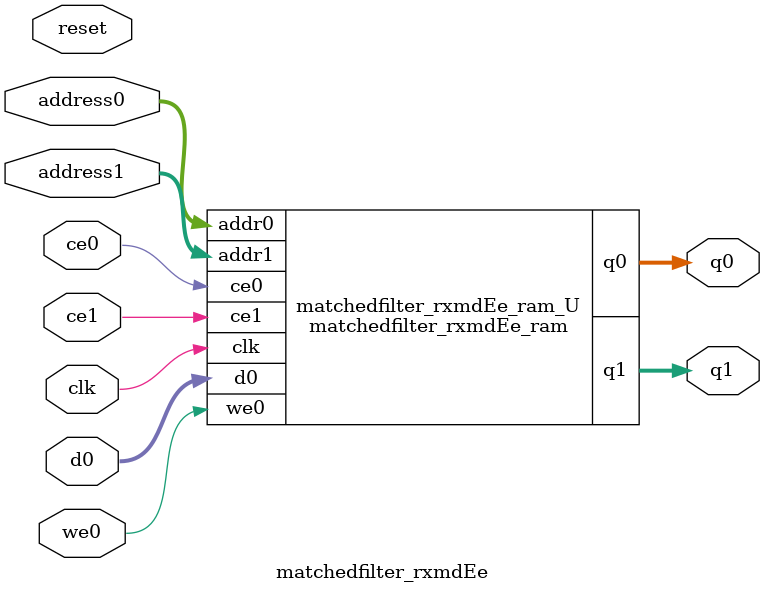
<source format=v>
`timescale 1 ns / 1 ps
module matchedfilter_rxmdEe_ram (addr0, ce0, d0, we0, q0, addr1, ce1, q1,  clk);

parameter DWIDTH = 32;
parameter AWIDTH = 5;
parameter MEM_SIZE = 32;

input[AWIDTH-1:0] addr0;
input ce0;
input[DWIDTH-1:0] d0;
input we0;
output reg[DWIDTH-1:0] q0;
input[AWIDTH-1:0] addr1;
input ce1;
output reg[DWIDTH-1:0] q1;
input clk;

(* ram_style = "block" *)reg [DWIDTH-1:0] ram[0:MEM_SIZE-1];




always @(posedge clk)  
begin 
    if (ce0) begin
        if (we0) 
            ram[addr0] <= d0; 
        q0 <= ram[addr0];
    end
end


always @(posedge clk)  
begin 
    if (ce1) begin
        q1 <= ram[addr1];
    end
end


endmodule

`timescale 1 ns / 1 ps
module matchedfilter_rxmdEe(
    reset,
    clk,
    address0,
    ce0,
    we0,
    d0,
    q0,
    address1,
    ce1,
    q1);

parameter DataWidth = 32'd32;
parameter AddressRange = 32'd32;
parameter AddressWidth = 32'd5;
input reset;
input clk;
input[AddressWidth - 1:0] address0;
input ce0;
input we0;
input[DataWidth - 1:0] d0;
output[DataWidth - 1:0] q0;
input[AddressWidth - 1:0] address1;
input ce1;
output[DataWidth - 1:0] q1;



matchedfilter_rxmdEe_ram matchedfilter_rxmdEe_ram_U(
    .clk( clk ),
    .addr0( address0 ),
    .ce0( ce0 ),
    .we0( we0 ),
    .d0( d0 ),
    .q0( q0 ),
    .addr1( address1 ),
    .ce1( ce1 ),
    .q1( q1 ));

endmodule


</source>
